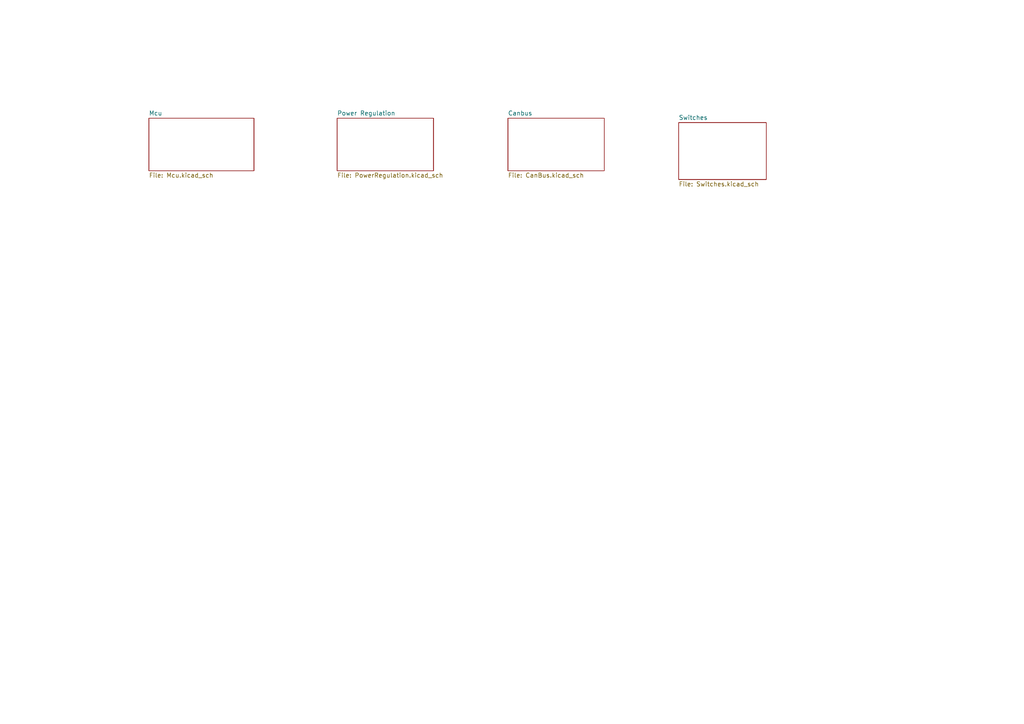
<source format=kicad_sch>
(kicad_sch (version 20230121) (generator eeschema)
  (paper "A4")
  (lib_symbols)
  (sheet (at 43.18 34.29) (size 30.48 15.24) (stroke (width 0.1524))
    (property "Sheetname" "Mcu" (at 43.18 33.5784 0) (effects (justify left bottom)))
    (property "Sheetfile" "Mcu.kicad_sch" (at 43.18 50.1146 0) (effects (justify left top)))
  )
  (sheet (at 196.85 35.56) (size 25.4 16.51) (stroke (width 0.1524))
    (property "Sheetname" "Switches" (at 196.85 34.8484 0) (effects (justify left bottom)))
    (property "Sheetfile" "Switches.kicad_sch" (at 196.85 52.6546 0) (effects (justify left top)))
  )
  (sheet (at 97.79 34.29) (size 27.94 15.24) (stroke (width 0.1524))
    (property "Sheetname" "Power Regulation" (at 97.79 33.5784 0) (effects (justify left bottom)))
    (property "Sheetfile" "PowerRegulation.kicad_sch" (at 97.79 50.1146 0) (effects (justify left top)))
  )
  (sheet (at 147.32 34.29) (size 27.94 15.24) (stroke (width 0.1524))
    (property "Sheetname" "Canbus" (at 147.32 33.5784 0) (effects (justify left bottom)))
    (property "Sheetfile" "CanBus.kicad_sch" (at 147.32 50.1146 0) (effects (justify left top)))
  )
)
</source>
